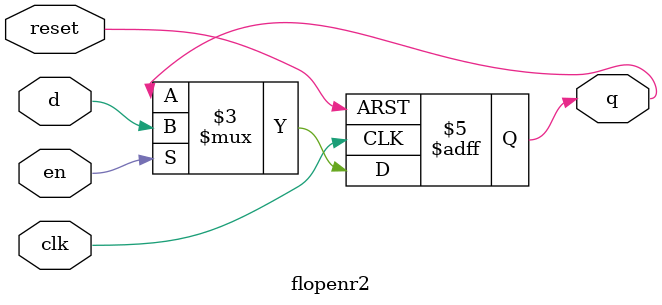
<source format=sv>
module flopenr2(input logic en,
			input logic d,
			input logic clk,
			input logic reset,
			output logic q);
 
 // asynchronous reset
 always_ff @(posedge clk, posedge reset) begin
	if (reset) q <= 1'b0;
	else if (en) q = d;
 end
endmodule

</source>
